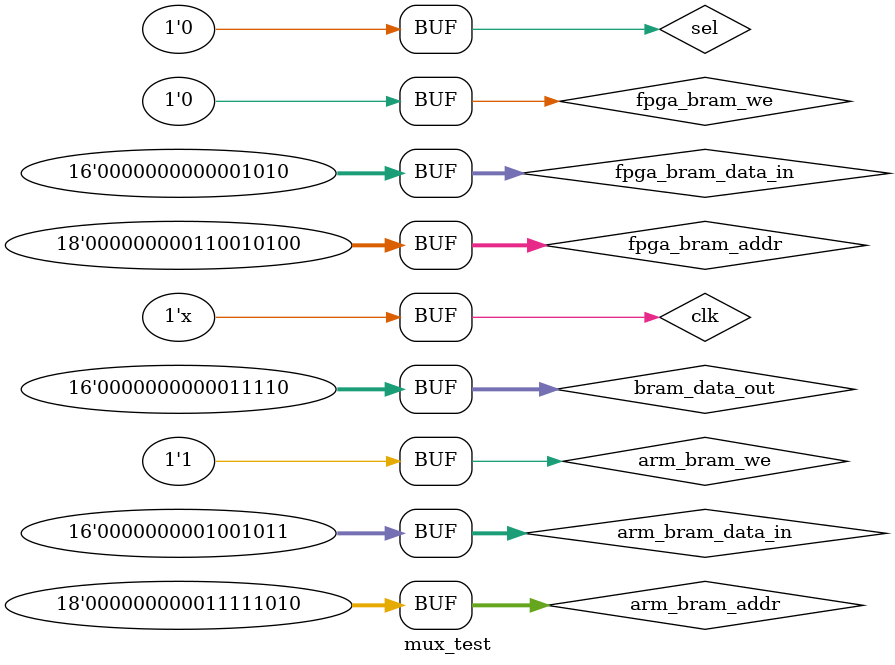
<source format=v>
`timescale 1ns / 1ps

module mux_test;

reg clk=0; 
reg sel=0;

reg  arm_bram_we;
reg  [17:0]arm_bram_addr;
reg  [15:0]arm_bram_data_in;
wire [15:0]arm_bram_data_out;

reg  fpga_bram_we;
reg  [17:0]fpga_bram_addr;
reg  [15:0]fpga_bram_data_in;
wire [15:0]fpga_bram_data_out;

wire bram_we;
wire [17:0]bram_addr;
wire [15:0]bram_data_in;
reg  [15:0]bram_data_out;

DARC_Mux mux0(
.clk(clk), 
.sel(sel),
.arm_bram_we(arm_bram_we),
.arm_bram_addr(arm_bram_addr),
.arm_bram_data_in(arm_bram_data_in),
.arm_bram_data_out(arm_bram_data_out),

.fpga_bram_we(fpga_bram_we),
.fpga_bram_addr(fpga_bram_addr),
.fpga_bram_data_in(fpga_bram_data_in),
.fpga_bram_data_out(fpga_bram_data_out),

.bram_we(bram_we),
.bram_addr(bram_addr),
.bram_data_in(bram_data_in),
.bram_data_out(bram_data_out)
);

always #10 clk = ~clk;

initial begin
sel=0;
fpga_bram_we=1'b0;
arm_bram_we=1'b1;
fpga_bram_addr = 18'd404;
arm_bram_addr = 18'd250;
fpga_bram_data_in = 16'd10;
arm_bram_data_in = 16'd75;
bram_data_out = 16'd30;

#200
sel=1;
#200
sel=0;

end

endmodule

</source>
